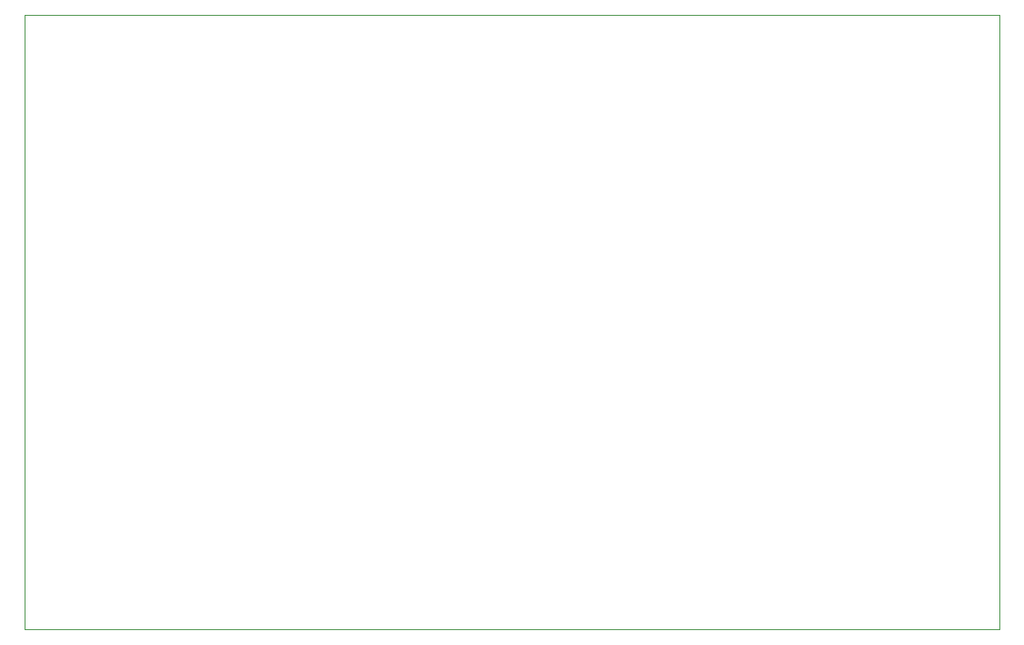
<source format=gbr>
%TF.GenerationSoftware,KiCad,Pcbnew,5.1.6-c6e7f7d~87~ubuntu20.04.1*%
%TF.CreationDate,2020-08-02T16:50:31-04:00*%
%TF.ProjectId,GaitPCB2,47616974-5043-4423-922e-6b696361645f,rev?*%
%TF.SameCoordinates,Original*%
%TF.FileFunction,Profile,NP*%
%FSLAX46Y46*%
G04 Gerber Fmt 4.6, Leading zero omitted, Abs format (unit mm)*
G04 Created by KiCad (PCBNEW 5.1.6-c6e7f7d~87~ubuntu20.04.1) date 2020-08-02 16:50:31*
%MOMM*%
%LPD*%
G01*
G04 APERTURE LIST*
%TA.AperFunction,Profile*%
%ADD10C,0.050000*%
%TD*%
G04 APERTURE END LIST*
D10*
X78250000Y-33000000D02*
X78250000Y-92250000D01*
X172250000Y-33000000D02*
X78250000Y-33000000D01*
X172250000Y-92250000D02*
X172250000Y-33000000D01*
X78250000Y-92250000D02*
X172250000Y-92250000D01*
M02*

</source>
